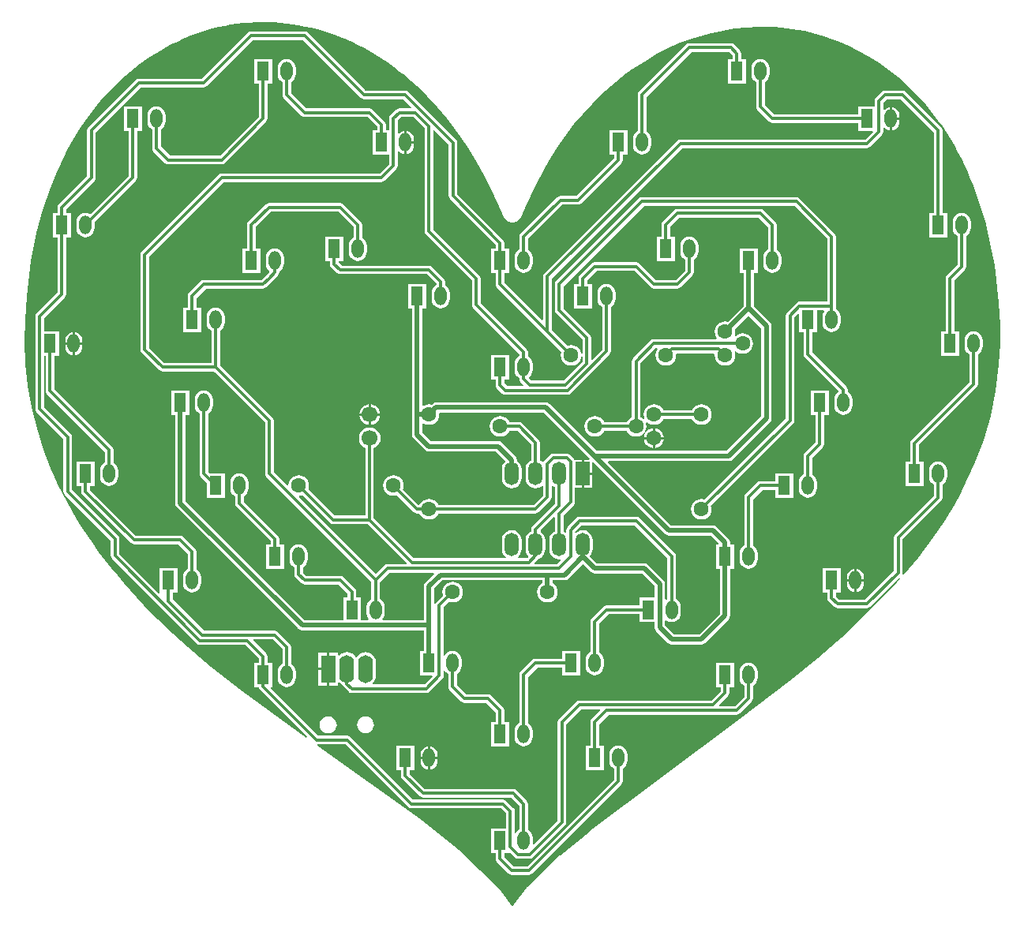
<source format=gbl>
G04*
G04 #@! TF.GenerationSoftware,Altium Limited,Altium Designer,18.1.9 (240)*
G04*
G04 Layer_Physical_Order=2*
G04 Layer_Color=11511158*
%FSLAX24Y24*%
%MOIN*%
G70*
G01*
G75*
%ADD19C,0.0118*%
%ADD20C,0.0197*%
%ADD21O,0.0512X0.0787*%
%ADD22R,0.0512X0.0787*%
%ADD23C,0.0630*%
%ADD24O,0.0630X0.1181*%
%ADD25R,0.0630X0.1181*%
%ADD26R,0.0591X0.0984*%
%ADD27O,0.0591X0.0984*%
%ADD28C,0.0669*%
G36*
X26698Y46572D02*
X26960Y46562D01*
X27222Y46543D01*
X27484Y46517D01*
X27744Y46484D01*
X28004Y46442D01*
X28262Y46393D01*
X28519Y46337D01*
X28774Y46273D01*
X29027Y46201D01*
X29278Y46122D01*
X29527Y46036D01*
X29772Y45943D01*
X30015Y45842D01*
X30254Y45734D01*
X30490Y45620D01*
X30723Y45498D01*
X30954Y45368D01*
X31230Y45207D01*
X31498Y45039D01*
X31759Y44864D01*
X32015Y44682D01*
X32266Y44492D01*
X32510Y44295D01*
X32749Y44091D01*
X32983Y43881D01*
X33211Y43664D01*
X33433Y43442D01*
X33650Y43213D01*
X33862Y42979D01*
X34068Y42739D01*
X34268Y42494D01*
X34462Y42245D01*
X34838Y41730D01*
X35192Y41199D01*
X35525Y40654D01*
X35837Y40096D01*
X36129Y39527D01*
X36401Y38949D01*
X36655Y38359D01*
X36679Y38319D01*
X36702Y38278D01*
X36705Y38274D01*
X36708Y38270D01*
X36741Y38237D01*
X36774Y38204D01*
X36779Y38201D01*
X36782Y38197D01*
X36823Y38175D01*
X36863Y38151D01*
X36868Y38149D01*
X36873Y38147D01*
X36918Y38135D01*
X36963Y38123D01*
X36968Y38123D01*
X36973Y38121D01*
X37020Y38122D01*
X37067Y38122D01*
X37072Y38123D01*
X37077Y38123D01*
X37122Y38136D01*
X37167Y38147D01*
X37172Y38150D01*
X37177Y38151D01*
X37217Y38175D01*
X37258Y38198D01*
X37261Y38202D01*
X37266Y38204D01*
X37298Y38238D01*
X37332Y38270D01*
X37334Y38275D01*
X37338Y38279D01*
X37361Y38319D01*
X37385Y38360D01*
X37608Y38883D01*
X37974Y39650D01*
X38377Y40398D01*
X38666Y40882D01*
X38973Y41355D01*
X39298Y41815D01*
X39639Y42261D01*
X39999Y42691D01*
X40376Y43105D01*
X40771Y43500D01*
X41183Y43876D01*
X41616Y44233D01*
X41836Y44401D01*
X42063Y44565D01*
X42294Y44723D01*
X42712Y44993D01*
X43139Y45238D01*
X43580Y45461D01*
X44031Y45662D01*
X44491Y45839D01*
X44961Y45992D01*
X45437Y46121D01*
X45918Y46224D01*
X46404Y46302D01*
X46893Y46353D01*
X47383Y46377D01*
X47877Y46374D01*
X48119Y46362D01*
X48363Y46342D01*
X48607Y46316D01*
X48850Y46282D01*
X49095Y46241D01*
X49341Y46195D01*
X49583Y46142D01*
X49823Y46082D01*
X50061Y46014D01*
X50297Y45940D01*
X50531Y45859D01*
X50759Y45772D01*
X51217Y45576D01*
X51661Y45356D01*
X52094Y45111D01*
X52513Y44844D01*
X52918Y44555D01*
X53308Y44245D01*
X53682Y43915D01*
X54039Y43566D01*
X54377Y43201D01*
X54696Y42818D01*
X54998Y42418D01*
X55179Y42161D01*
X55353Y41899D01*
X55520Y41632D01*
X55679Y41362D01*
X55832Y41087D01*
X55977Y40809D01*
X56115Y40527D01*
X56247Y40242D01*
X56371Y39954D01*
X56490Y39662D01*
X56600Y39370D01*
X56805Y38770D01*
X56984Y38164D01*
X57139Y37548D01*
X57270Y36927D01*
X57380Y36299D01*
X57467Y35670D01*
X57560Y34717D01*
X57609Y33768D01*
Y32971D01*
X57561Y32102D01*
X57427Y31022D01*
X57210Y29957D01*
X56910Y28913D01*
X56529Y27896D01*
X56063Y26905D01*
X55942Y26666D01*
X55681Y26189D01*
X55257Y25491D01*
X54800Y24817D01*
X54142Y23947D01*
X53542Y23243D01*
X53489Y23254D01*
X53488Y23256D01*
X53501Y23320D01*
Y24735D01*
X55128Y26362D01*
X55167Y26421D01*
X55181Y26490D01*
Y27032D01*
X55189Y27036D01*
X55267Y27095D01*
X55327Y27174D01*
X55364Y27265D01*
X55377Y27362D01*
Y27638D01*
X55364Y27735D01*
X55327Y27826D01*
X55267Y27905D01*
X55189Y27964D01*
X55098Y28002D01*
X55000Y28015D01*
X54902Y28002D01*
X54811Y27964D01*
X54733Y27905D01*
X54673Y27826D01*
X54636Y27735D01*
X54623Y27638D01*
Y27362D01*
X54636Y27265D01*
X54673Y27174D01*
X54733Y27095D01*
X54811Y27036D01*
X54819Y27032D01*
Y26565D01*
X53192Y24938D01*
X53153Y24879D01*
X53139Y24810D01*
Y23395D01*
X51925Y22181D01*
X50825D01*
X50681Y22325D01*
Y22488D01*
X50874D01*
Y23512D01*
X50126D01*
Y22488D01*
X50319D01*
Y22250D01*
X50333Y22181D01*
X50372Y22122D01*
X50622Y21872D01*
X50681Y21833D01*
X50750Y21819D01*
X52000D01*
X52069Y21833D01*
X52128Y21872D01*
X53353Y23098D01*
X53390Y23064D01*
X53256Y22906D01*
X51116Y20750D01*
X50733Y20409D01*
X49940Y19726D01*
X48723Y18732D01*
X46640Y17129D01*
X40298Y12398D01*
X40293Y12393D01*
X40286Y12388D01*
X39057Y11391D01*
X39046Y11380D01*
X39034Y11371D01*
X37652Y10060D01*
X37631Y10035D01*
X37608Y10011D01*
X37076Y9306D01*
X37061Y9280D01*
X37044Y9257D01*
X37038Y9246D01*
X37033Y9244D01*
X36981Y9246D01*
X36590Y9809D01*
X36565Y9837D01*
X36542Y9865D01*
X34771Y11614D01*
X34754Y11627D01*
X34738Y11643D01*
X33212Y12852D01*
X33204Y12857D01*
X33197Y12863D01*
X28789Y16019D01*
X28805Y16069D01*
X29985D01*
X32622Y13432D01*
X32681Y13393D01*
X32750Y13379D01*
X36565D01*
X36759Y13185D01*
Y12512D01*
X36126D01*
Y11488D01*
X36319D01*
Y11230D01*
X36333Y11161D01*
X36372Y11102D01*
X36872Y10602D01*
X36931Y10563D01*
X37000Y10549D01*
X37730D01*
X37799Y10563D01*
X37858Y10602D01*
X41628Y14372D01*
X41667Y14431D01*
X41681Y14500D01*
Y15032D01*
X41689Y15036D01*
X41767Y15095D01*
X41827Y15174D01*
X41864Y15265D01*
X41877Y15362D01*
Y15638D01*
X41864Y15735D01*
X41827Y15826D01*
X41767Y15905D01*
X41689Y15964D01*
X41598Y16002D01*
X41500Y16015D01*
X41402Y16002D01*
X41311Y15964D01*
X41233Y15905D01*
X41173Y15826D01*
X41136Y15735D01*
X41123Y15638D01*
Y15362D01*
X41136Y15265D01*
X41173Y15174D01*
X41233Y15095D01*
X41311Y15036D01*
X41319Y15032D01*
Y14575D01*
X37655Y10911D01*
X37075D01*
X36681Y11305D01*
Y11488D01*
X36874D01*
Y11488D01*
X36911Y11504D01*
X37122Y11292D01*
X37181Y11253D01*
X37250Y11239D01*
X37750D01*
X37819Y11253D01*
X37878Y11292D01*
X39238Y12652D01*
X39277Y12711D01*
X39291Y12780D01*
Y16925D01*
X39925Y17559D01*
X40739D01*
X40758Y17513D01*
X40372Y17128D01*
X40333Y17069D01*
X40319Y17000D01*
Y16012D01*
X40126D01*
Y14988D01*
X40874D01*
Y16012D01*
X40681D01*
Y16925D01*
X41075Y17319D01*
X46500D01*
X46569Y17333D01*
X46628Y17372D01*
X47128Y17872D01*
X47167Y17931D01*
X47181Y18000D01*
Y18532D01*
X47189Y18535D01*
X47267Y18595D01*
X47327Y18674D01*
X47364Y18765D01*
X47377Y18862D01*
Y19138D01*
X47364Y19235D01*
X47327Y19326D01*
X47267Y19405D01*
X47189Y19464D01*
X47098Y19502D01*
X47000Y19515D01*
X46902Y19502D01*
X46811Y19464D01*
X46733Y19405D01*
X46673Y19326D01*
X46636Y19235D01*
X46623Y19138D01*
Y18862D01*
X46636Y18765D01*
X46673Y18674D01*
X46733Y18595D01*
X46811Y18535D01*
X46819Y18532D01*
Y18075D01*
X46425Y17681D01*
X45761D01*
X45742Y17727D01*
X46128Y18112D01*
X46167Y18171D01*
X46181Y18240D01*
Y18488D01*
X46374D01*
Y19512D01*
X45626D01*
Y18488D01*
X45819D01*
Y18315D01*
X45425Y17921D01*
X39850D01*
X39781Y17907D01*
X39722Y17868D01*
X38982Y17128D01*
X38943Y17069D01*
X38929Y17000D01*
Y12855D01*
X37921Y11846D01*
X37877Y11873D01*
Y12138D01*
X37864Y12235D01*
X37827Y12326D01*
X37767Y12405D01*
X37689Y12464D01*
X37681Y12468D01*
Y13560D01*
X37667Y13629D01*
X37628Y13688D01*
X37188Y14128D01*
X37129Y14167D01*
X37060Y14181D01*
X33325D01*
X32681Y14825D01*
Y14988D01*
X32874D01*
Y16012D01*
X32126D01*
Y14988D01*
X32319D01*
Y14750D01*
X32333Y14681D01*
X32372Y14622D01*
X33122Y13872D01*
X33181Y13833D01*
X33250Y13819D01*
X36985D01*
X37319Y13485D01*
Y12468D01*
X37311Y12464D01*
X37233Y12405D01*
X37173Y12326D01*
X37171Y12320D01*
X37121Y12330D01*
Y13260D01*
X37107Y13329D01*
X37068Y13388D01*
X36768Y13688D01*
X36709Y13727D01*
X36640Y13741D01*
X32825D01*
X30188Y16378D01*
X30129Y16417D01*
X30060Y16431D01*
X28825D01*
X26813Y18442D01*
X26833Y18488D01*
X26874D01*
Y19512D01*
X26681D01*
Y19790D01*
X26667Y19859D01*
X26628Y19918D01*
X26082Y20463D01*
X26101Y20509D01*
X26925D01*
X27319Y20115D01*
Y19468D01*
X27311Y19464D01*
X27233Y19405D01*
X27173Y19326D01*
X27136Y19235D01*
X27123Y19138D01*
Y18862D01*
X27136Y18765D01*
X27173Y18674D01*
X27233Y18595D01*
X27311Y18535D01*
X27402Y18498D01*
X27500Y18485D01*
X27598Y18498D01*
X27689Y18535D01*
X27767Y18595D01*
X27827Y18674D01*
X27864Y18765D01*
X27877Y18862D01*
Y19138D01*
X27864Y19235D01*
X27827Y19326D01*
X27767Y19405D01*
X27689Y19464D01*
X27681Y19468D01*
Y20190D01*
X27667Y20259D01*
X27628Y20318D01*
X27128Y20818D01*
X27069Y20857D01*
X27000Y20871D01*
X24009D01*
X22681Y22199D01*
Y22488D01*
X22874D01*
Y23512D01*
X22126D01*
Y22490D01*
X22089Y22456D01*
X20431Y24115D01*
Y24750D01*
X20417Y24819D01*
X20378Y24878D01*
X18431Y26825D01*
Y29060D01*
X18417Y29129D01*
X18378Y29188D01*
X17241Y30325D01*
Y32488D01*
X17319D01*
Y31000D01*
X17333Y30931D01*
X17372Y30872D01*
X19819Y28425D01*
Y27968D01*
X19811Y27964D01*
X19733Y27905D01*
X19673Y27826D01*
X19636Y27735D01*
X19623Y27638D01*
Y27362D01*
X19636Y27265D01*
X19673Y27174D01*
X19733Y27095D01*
X19811Y27036D01*
X19902Y26998D01*
X20000Y26985D01*
X20098Y26998D01*
X20189Y27036D01*
X20267Y27095D01*
X20327Y27174D01*
X20364Y27265D01*
X20377Y27362D01*
Y27638D01*
X20364Y27735D01*
X20327Y27826D01*
X20267Y27905D01*
X20189Y27964D01*
X20181Y27968D01*
Y28500D01*
X20167Y28569D01*
X20128Y28628D01*
X17681Y31075D01*
Y32488D01*
X17874D01*
Y33512D01*
X17241D01*
Y34065D01*
X18128Y34952D01*
X18167Y35011D01*
X18181Y35080D01*
Y37488D01*
X18374D01*
Y38512D01*
X18181D01*
Y38675D01*
X19378Y39872D01*
X19417Y39931D01*
X19431Y40000D01*
Y41925D01*
X21325Y43819D01*
X24000D01*
X24069Y43833D01*
X24128Y43872D01*
X26075Y45819D01*
X28175D01*
X30622Y43372D01*
X30681Y43333D01*
X30750Y43319D01*
X32425D01*
X32768Y42977D01*
X32749Y42931D01*
X32250D01*
X32181Y42917D01*
X32122Y42878D01*
X31872Y42628D01*
X31833Y42569D01*
X31819Y42500D01*
Y42012D01*
X31681D01*
Y42250D01*
X31667Y42319D01*
X31628Y42378D01*
X31128Y42878D01*
X31069Y42917D01*
X31000Y42931D01*
X28325D01*
X27681Y43575D01*
Y44032D01*
X27689Y44036D01*
X27767Y44095D01*
X27827Y44174D01*
X27864Y44265D01*
X27877Y44362D01*
Y44638D01*
X27864Y44735D01*
X27827Y44826D01*
X27767Y44905D01*
X27689Y44964D01*
X27598Y45002D01*
X27500Y45015D01*
X27402Y45002D01*
X27311Y44964D01*
X27233Y44905D01*
X27173Y44826D01*
X27136Y44735D01*
X27123Y44638D01*
Y44362D01*
X27136Y44265D01*
X27173Y44174D01*
X27233Y44095D01*
X27311Y44036D01*
X27319Y44032D01*
Y43500D01*
X27333Y43431D01*
X27372Y43372D01*
X28122Y42622D01*
X28181Y42583D01*
X28250Y42569D01*
X30925D01*
X31319Y42175D01*
Y42012D01*
X31126D01*
Y40988D01*
X31819D01*
Y40575D01*
X31425Y40181D01*
X24751D01*
X24681Y40167D01*
X24623Y40128D01*
X21372Y36878D01*
X21333Y36819D01*
X21319Y36750D01*
Y32750D01*
X21333Y32681D01*
X21372Y32622D01*
X22122Y31872D01*
X22181Y31833D01*
X22250Y31819D01*
X24425D01*
X26579Y29665D01*
Y27510D01*
X26593Y27441D01*
X26632Y27382D01*
X31069Y22945D01*
Y22218D01*
X31061Y22215D01*
X30983Y22155D01*
X30923Y22076D01*
X30886Y21985D01*
X30873Y21888D01*
Y21612D01*
X30886Y21515D01*
X30923Y21424D01*
X30964Y21371D01*
X30939Y21321D01*
X30624D01*
Y22262D01*
X30431D01*
Y22500D01*
X30417Y22569D01*
X30378Y22628D01*
X29878Y23128D01*
X29819Y23167D01*
X29750Y23181D01*
X28325D01*
X28181Y23325D01*
Y23532D01*
X28189Y23535D01*
X28267Y23595D01*
X28327Y23674D01*
X28364Y23765D01*
X28377Y23862D01*
Y24138D01*
X28364Y24235D01*
X28327Y24326D01*
X28267Y24405D01*
X28189Y24464D01*
X28098Y24502D01*
X28000Y24515D01*
X27902Y24502D01*
X27811Y24464D01*
X27733Y24405D01*
X27673Y24326D01*
X27636Y24235D01*
X27623Y24138D01*
Y23862D01*
X27636Y23765D01*
X27673Y23674D01*
X27733Y23595D01*
X27811Y23535D01*
X27819Y23532D01*
Y23250D01*
X27833Y23181D01*
X27872Y23122D01*
X28122Y22872D01*
X28181Y22833D01*
X28250Y22819D01*
X29675D01*
X30069Y22425D01*
Y22262D01*
X29876D01*
Y21321D01*
X28241D01*
X23221Y26341D01*
Y29988D01*
X23374D01*
Y31012D01*
X22626D01*
Y29988D01*
X22779D01*
Y26250D01*
X22796Y26166D01*
X22844Y26094D01*
X27994Y20944D01*
X28066Y20896D01*
X28150Y20879D01*
X33279D01*
Y20012D01*
X33126D01*
Y18988D01*
X33637D01*
X33657Y18942D01*
X33315Y18601D01*
X31127D01*
X31111Y18648D01*
X31134Y18666D01*
X31203Y18756D01*
X31247Y18861D01*
X31262Y18974D01*
Y19526D01*
X31247Y19639D01*
X31203Y19744D01*
X31134Y19834D01*
X31043Y19904D01*
X30938Y19948D01*
X30825Y19962D01*
X30712Y19948D01*
X30606Y19904D01*
X30516Y19834D01*
X30461Y19764D01*
X30454Y19760D01*
X30408D01*
X30401Y19764D01*
X30346Y19834D01*
X30256Y19904D01*
X30150Y19948D01*
X30037Y19962D01*
X29924Y19948D01*
X29819Y19904D01*
X29729Y19834D01*
X29712Y19813D01*
X29665Y19829D01*
Y19941D01*
X29300D01*
Y19250D01*
Y18559D01*
X29665D01*
Y18671D01*
X29712Y18687D01*
X29729Y18666D01*
X29819Y18596D01*
X29866Y18576D01*
X29871Y18556D01*
X29910Y18497D01*
X30115Y18292D01*
X30173Y18253D01*
X30242Y18239D01*
X33390D01*
X33459Y18253D01*
X33518Y18292D01*
X34068Y18842D01*
X34107Y18901D01*
X34121Y18970D01*
Y19170D01*
X34171Y19180D01*
X34173Y19174D01*
X34233Y19095D01*
X34311Y19036D01*
X34319Y19032D01*
Y18500D01*
X34333Y18431D01*
X34372Y18372D01*
X34872Y17872D01*
X34931Y17833D01*
X35000Y17819D01*
X35926D01*
X36319Y17426D01*
Y17251D01*
X36319Y17251D01*
X36319Y17250D01*
Y17012D01*
X36126D01*
Y15988D01*
X36874D01*
Y17012D01*
X36681D01*
Y17248D01*
X36681Y17251D01*
X36681Y17253D01*
Y17497D01*
X36681Y17500D01*
X36667Y17569D01*
X36628Y17628D01*
X36128Y18128D01*
X36070Y18167D01*
X36001Y18181D01*
X35075D01*
X34681Y18575D01*
Y19032D01*
X34689Y19036D01*
X34767Y19095D01*
X34827Y19174D01*
X34864Y19265D01*
X34877Y19362D01*
Y19638D01*
X34864Y19735D01*
X34827Y19826D01*
X34767Y19905D01*
X34689Y19964D01*
X34598Y20002D01*
X34500Y20015D01*
X34402Y20002D01*
X34311Y19964D01*
X34233Y19905D01*
X34173Y19826D01*
X34171Y19820D01*
X34121Y19830D01*
Y21866D01*
X34349Y22094D01*
X34387Y22078D01*
X34500Y22063D01*
X34613Y22078D01*
X34718Y22122D01*
X34808Y22191D01*
X34878Y22282D01*
X34921Y22387D01*
X34936Y22500D01*
X34921Y22613D01*
X34878Y22718D01*
X34808Y22809D01*
X34718Y22878D01*
X34613Y22922D01*
X34500Y22937D01*
X34387Y22922D01*
X34281Y22878D01*
X34191Y22809D01*
X34121Y22718D01*
X34078Y22613D01*
X34063Y22500D01*
X34078Y22387D01*
X34093Y22349D01*
X33812Y22068D01*
X33773Y22010D01*
X33771Y21998D01*
X33721Y22003D01*
Y22659D01*
X34066Y23004D01*
X38279D01*
Y22876D01*
X38191Y22809D01*
X38122Y22718D01*
X38078Y22613D01*
X38063Y22500D01*
X38078Y22387D01*
X38122Y22282D01*
X38191Y22191D01*
X38282Y22122D01*
X38387Y22078D01*
X38500Y22063D01*
X38613Y22078D01*
X38718Y22122D01*
X38809Y22191D01*
X38878Y22282D01*
X38922Y22387D01*
X38937Y22500D01*
X38922Y22613D01*
X38878Y22718D01*
X38809Y22809D01*
X38721Y22876D01*
Y23004D01*
X39224D01*
X39309Y23020D01*
X39381Y23068D01*
X40000Y23688D01*
X40344Y23344D01*
X40416Y23296D01*
X40500Y23279D01*
X42509D01*
X43029Y22759D01*
Y22262D01*
X42376D01*
Y21931D01*
X41000D01*
X40931Y21917D01*
X40872Y21878D01*
X40372Y21378D01*
X40333Y21319D01*
X40319Y21250D01*
Y19968D01*
X40311Y19964D01*
X40233Y19905D01*
X40173Y19826D01*
X40136Y19735D01*
X40123Y19638D01*
Y19362D01*
X40136Y19265D01*
X40173Y19174D01*
X40233Y19095D01*
X40311Y19036D01*
X40402Y18998D01*
X40500Y18985D01*
X40598Y18998D01*
X40689Y19036D01*
X40767Y19095D01*
X40827Y19174D01*
X40864Y19265D01*
X40877Y19362D01*
Y19638D01*
X40864Y19735D01*
X40827Y19826D01*
X40767Y19905D01*
X40689Y19964D01*
X40681Y19968D01*
Y21175D01*
X41075Y21569D01*
X42376D01*
Y21238D01*
X43029D01*
Y21000D01*
X43046Y20916D01*
X43094Y20844D01*
X43594Y20344D01*
X43666Y20296D01*
X43750Y20279D01*
X45000D01*
X45084Y20296D01*
X45156Y20344D01*
X46156Y21344D01*
X46204Y21416D01*
X46221Y21500D01*
Y23488D01*
X46374D01*
Y24512D01*
X46221D01*
Y24600D01*
X46204Y24684D01*
X46156Y24756D01*
X45656Y25256D01*
X45584Y25304D01*
X45500Y25321D01*
X43731D01*
X41069Y27983D01*
X41088Y28029D01*
X46160D01*
X46244Y28046D01*
X46316Y28094D01*
X47906Y29684D01*
X47954Y29756D01*
X47971Y29840D01*
Y33750D01*
X47954Y33834D01*
X47906Y33906D01*
X47221Y34591D01*
Y35988D01*
X47374D01*
Y37012D01*
X46626D01*
Y35988D01*
X46779D01*
Y34591D01*
X46110Y33922D01*
X46000Y33937D01*
X45887Y33922D01*
X45782Y33878D01*
X45691Y33809D01*
X45622Y33718D01*
X45578Y33613D01*
X45563Y33500D01*
X45578Y33387D01*
X45622Y33282D01*
X45661Y33231D01*
X45636Y33181D01*
X43000D01*
X42931Y33167D01*
X42872Y33128D01*
X42122Y32378D01*
X42083Y32319D01*
X42069Y32250D01*
Y29893D01*
X42032Y29878D01*
X41941Y29808D01*
X41872Y29718D01*
X41856Y29680D01*
X41373D01*
X41370Y29681D01*
X40894D01*
X40878Y29718D01*
X40809Y29809D01*
X40718Y29878D01*
X40613Y29922D01*
X40500Y29937D01*
X40387Y29922D01*
X40282Y29878D01*
X40191Y29809D01*
X40122Y29718D01*
X40078Y29613D01*
X40063Y29500D01*
X40078Y29387D01*
X40122Y29282D01*
X40191Y29191D01*
X40282Y29122D01*
X40387Y29078D01*
X40500Y29063D01*
X40613Y29078D01*
X40718Y29122D01*
X40809Y29191D01*
X40878Y29282D01*
X40894Y29319D01*
X41368D01*
X41371Y29319D01*
X41856D01*
X41872Y29281D01*
X41941Y29191D01*
X42032Y29121D01*
X42137Y29078D01*
X42250Y29063D01*
X42363Y29078D01*
X42468Y29121D01*
X42559Y29191D01*
X42628Y29281D01*
X42672Y29386D01*
X42687Y29499D01*
X42672Y29613D01*
X42658Y29645D01*
X42690Y29687D01*
X42695Y29688D01*
X42782Y29621D01*
X42887Y29578D01*
X43000Y29563D01*
X43113Y29578D01*
X43218Y29621D01*
X43309Y29691D01*
X43378Y29781D01*
X43394Y29819D01*
X43990D01*
X43993Y29819D01*
X44606D01*
X44622Y29782D01*
X44691Y29691D01*
X44782Y29622D01*
X44887Y29578D01*
X45000Y29563D01*
X45113Y29578D01*
X45218Y29622D01*
X45309Y29691D01*
X45378Y29782D01*
X45422Y29887D01*
X45437Y30000D01*
X45422Y30113D01*
X45378Y30218D01*
X45309Y30309D01*
X45218Y30378D01*
X45113Y30422D01*
X45000Y30437D01*
X44887Y30422D01*
X44782Y30378D01*
X44691Y30309D01*
X44622Y30218D01*
X44606Y30181D01*
X43991D01*
X43988Y30180D01*
X43394D01*
X43378Y30218D01*
X43309Y30308D01*
X43218Y30378D01*
X43113Y30421D01*
X43000Y30436D01*
X42887Y30421D01*
X42782Y30378D01*
X42691Y30308D01*
X42622Y30218D01*
X42578Y30113D01*
X42563Y29999D01*
X42578Y29886D01*
X42592Y29854D01*
X42560Y29812D01*
X42555Y29811D01*
X42468Y29878D01*
X42431Y29893D01*
Y32175D01*
X43075Y32819D01*
X43136D01*
X43161Y32769D01*
X43122Y32718D01*
X43078Y32613D01*
X43063Y32500D01*
X43078Y32387D01*
X43122Y32282D01*
X43191Y32191D01*
X43282Y32122D01*
X43387Y32078D01*
X43500Y32063D01*
X43613Y32078D01*
X43718Y32122D01*
X43809Y32191D01*
X43878Y32282D01*
X43922Y32387D01*
X43937Y32500D01*
X43931Y32546D01*
X43964Y32583D01*
X45536D01*
X45569Y32546D01*
X45563Y32500D01*
X45578Y32387D01*
X45622Y32282D01*
X45691Y32191D01*
X45782Y32122D01*
X45887Y32078D01*
X46000Y32063D01*
X46113Y32078D01*
X46218Y32122D01*
X46309Y32191D01*
X46378Y32282D01*
X46422Y32387D01*
X46437Y32500D01*
X46422Y32613D01*
X46408Y32646D01*
X46440Y32688D01*
X46445Y32688D01*
X46532Y32622D01*
X46637Y32578D01*
X46750Y32563D01*
X46863Y32578D01*
X46968Y32622D01*
X47059Y32691D01*
X47128Y32782D01*
X47172Y32887D01*
X47187Y33000D01*
X47172Y33113D01*
X47128Y33218D01*
X47059Y33309D01*
X46968Y33378D01*
X46863Y33422D01*
X46750Y33437D01*
X46637Y33422D01*
X46532Y33378D01*
X46445Y33312D01*
X46440Y33312D01*
X46408Y33354D01*
X46422Y33387D01*
X46437Y33500D01*
X46422Y33610D01*
X47000Y34188D01*
X47529Y33659D01*
Y29931D01*
X46069Y28471D01*
X40581D01*
X38596Y30456D01*
X38524Y30504D01*
X38440Y30521D01*
X33803D01*
X33718Y30504D01*
X33647Y30456D01*
X33612Y30422D01*
X33502Y30436D01*
X33389Y30421D01*
X33284Y30378D01*
X33266Y30364D01*
X33221Y30386D01*
Y34488D01*
X33374D01*
Y35512D01*
X32626D01*
Y34488D01*
X32779D01*
Y30000D01*
Y29160D01*
X32796Y29076D01*
X32844Y29004D01*
X33344Y28504D01*
X33416Y28456D01*
X33500Y28439D01*
X36328D01*
X36718Y28049D01*
X36715Y27999D01*
X36705Y27992D01*
X36639Y27905D01*
X36597Y27805D01*
X36583Y27697D01*
Y27303D01*
X36597Y27195D01*
X36639Y27095D01*
X36705Y27008D01*
X36792Y26942D01*
X36892Y26900D01*
X37000Y26886D01*
X37108Y26900D01*
X37208Y26942D01*
X37295Y27008D01*
X37361Y27095D01*
X37403Y27195D01*
X37417Y27303D01*
Y27697D01*
X37403Y27805D01*
X37361Y27905D01*
X37295Y27992D01*
X37221Y28049D01*
Y28079D01*
X37204Y28164D01*
X37156Y28235D01*
X36575Y28816D01*
X36504Y28864D01*
X36419Y28881D01*
X33591D01*
X33221Y29251D01*
Y29613D01*
X33266Y29635D01*
X33284Y29621D01*
X33389Y29578D01*
X33502Y29563D01*
X33615Y29578D01*
X33721Y29621D01*
X33811Y29691D01*
X33881Y29781D01*
X33924Y29886D01*
X33939Y29999D01*
X33934Y30042D01*
X33967Y30079D01*
X38349D01*
X40286Y28142D01*
X40265Y28092D01*
X40050D01*
Y27550D01*
X40395D01*
Y27967D01*
X40441Y27986D01*
X43484Y24944D01*
X43556Y24896D01*
X43640Y24879D01*
X45409D01*
X45730Y24558D01*
X45711Y24512D01*
X45626D01*
Y23488D01*
X45779D01*
Y21591D01*
X44909Y20721D01*
X43841D01*
X43471Y21091D01*
Y21292D01*
X43521Y21317D01*
X43561Y21286D01*
X43652Y21248D01*
X43750Y21235D01*
X43848Y21248D01*
X43939Y21286D01*
X44017Y21345D01*
X44077Y21424D01*
X44114Y21515D01*
X44127Y21612D01*
Y21888D01*
X44114Y21985D01*
X44077Y22076D01*
X44017Y22155D01*
X43939Y22215D01*
X43931Y22218D01*
Y24000D01*
X43917Y24069D01*
X43878Y24128D01*
X42378Y25628D01*
X42319Y25667D01*
X42250Y25681D01*
X39860D01*
X39791Y25667D01*
X39732Y25628D01*
X39352Y25248D01*
X39313Y25189D01*
X39299Y25120D01*
Y25051D01*
X39249Y25027D01*
X39208Y25058D01*
X39181Y25069D01*
Y25745D01*
X39608Y26172D01*
X39647Y26231D01*
X39661Y26300D01*
Y26908D01*
X39950D01*
Y27500D01*
Y28092D01*
X39632D01*
X39608Y28128D01*
X39438Y28298D01*
X39379Y28337D01*
X39310Y28351D01*
X38750D01*
X38681Y28337D01*
X38622Y28298D01*
X38372Y28048D01*
X38346Y28008D01*
X38323Y28001D01*
X38293Y27998D01*
X38285Y28000D01*
X38208Y28058D01*
X38181Y28069D01*
Y28809D01*
X38167Y28879D01*
X38128Y28937D01*
X37435Y29630D01*
X37376Y29669D01*
X37307Y29683D01*
X36894D01*
X36879Y29721D01*
X36809Y29811D01*
X36719Y29881D01*
X36614Y29924D01*
X36501Y29939D01*
X36387Y29924D01*
X36282Y29881D01*
X36192Y29811D01*
X36122Y29721D01*
X36079Y29615D01*
X36064Y29502D01*
X36079Y29389D01*
X36122Y29284D01*
X36192Y29193D01*
X36282Y29124D01*
X36387Y29080D01*
X36501Y29066D01*
X36614Y29080D01*
X36719Y29124D01*
X36809Y29193D01*
X36879Y29284D01*
X36894Y29322D01*
X37232D01*
X37819Y28735D01*
Y28069D01*
X37792Y28058D01*
X37705Y27992D01*
X37639Y27905D01*
X37597Y27805D01*
X37583Y27697D01*
Y27303D01*
X37597Y27195D01*
X37639Y27095D01*
X37705Y27008D01*
X37792Y26942D01*
X37892Y26900D01*
X38000Y26886D01*
X38108Y26900D01*
X38208Y26942D01*
X38269Y26989D01*
X38319Y26964D01*
Y26575D01*
X37925Y26181D01*
X33894D01*
X33878Y26218D01*
X33809Y26309D01*
X33718Y26378D01*
X33613Y26422D01*
X33500Y26437D01*
X33387Y26422D01*
X33282Y26378D01*
X33191Y26309D01*
X33122Y26218D01*
X33114Y26200D01*
X33060Y26193D01*
X32406Y26847D01*
X32421Y26885D01*
X32436Y26998D01*
X32421Y27111D01*
X32378Y27216D01*
X32308Y27307D01*
X32218Y27376D01*
X32113Y27420D01*
X31999Y27434D01*
X31886Y27420D01*
X31781Y27376D01*
X31691Y27307D01*
X31621Y27216D01*
X31578Y27111D01*
X31563Y26998D01*
X31578Y26885D01*
X31621Y26779D01*
X31691Y26689D01*
X31781Y26619D01*
X31886Y26576D01*
X31999Y26561D01*
X32113Y26576D01*
X32150Y26591D01*
X32869Y25872D01*
X32928Y25833D01*
X32997Y25819D01*
X33106D01*
X33122Y25782D01*
X33191Y25691D01*
X33282Y25622D01*
X33387Y25578D01*
X33500Y25563D01*
X33613Y25578D01*
X33718Y25622D01*
X33809Y25691D01*
X33878Y25782D01*
X33894Y25819D01*
X38000D01*
X38069Y25833D01*
X38128Y25872D01*
X38628Y26372D01*
X38667Y26431D01*
X38681Y26500D01*
Y26964D01*
X38731Y26989D01*
X38792Y26942D01*
X38819Y26931D01*
Y26235D01*
X37872Y25288D01*
X37833Y25229D01*
X37819Y25160D01*
Y25069D01*
X37792Y25058D01*
X37705Y24992D01*
X37639Y24905D01*
X37597Y24805D01*
X37583Y24697D01*
Y24303D01*
X37597Y24195D01*
X37639Y24095D01*
X37705Y24008D01*
X37706Y23991D01*
X37646Y23931D01*
X37276D01*
X37259Y23981D01*
X37295Y24008D01*
X37361Y24095D01*
X37403Y24195D01*
X37417Y24303D01*
Y24697D01*
X37403Y24805D01*
X37361Y24905D01*
X37295Y24992D01*
X37208Y25058D01*
X37108Y25100D01*
X37000Y25114D01*
X36892Y25100D01*
X36792Y25058D01*
X36705Y24992D01*
X36639Y24905D01*
X36597Y24805D01*
X36583Y24697D01*
Y24303D01*
X36597Y24195D01*
X36639Y24095D01*
X36705Y24008D01*
X36741Y23981D01*
X36724Y23931D01*
X32865D01*
X31171Y25625D01*
Y28580D01*
X31228Y28604D01*
X31323Y28677D01*
X31395Y28771D01*
X31441Y28881D01*
X31457Y29000D01*
X31441Y29118D01*
X31395Y29228D01*
X31323Y29322D01*
X31228Y29395D01*
X31118Y29441D01*
X31000Y29456D01*
X30882Y29441D01*
X30772Y29395D01*
X30677Y29322D01*
X30604Y29228D01*
X30559Y29118D01*
X30543Y29000D01*
X30559Y28881D01*
X30604Y28771D01*
X30677Y28677D01*
X30772Y28604D01*
X30809Y28588D01*
Y25731D01*
X29525D01*
X28406Y26849D01*
X28422Y26887D01*
X28437Y27000D01*
X28422Y27113D01*
X28378Y27218D01*
X28309Y27309D01*
X28218Y27378D01*
X28113Y27422D01*
X28000Y27437D01*
X27887Y27422D01*
X27782Y27378D01*
X27691Y27309D01*
X27622Y27218D01*
X27578Y27113D01*
X27567Y27029D01*
X27514Y27011D01*
X26941Y27585D01*
Y29740D01*
X26927Y29809D01*
X26888Y29868D01*
X24681Y32075D01*
Y33532D01*
X24689Y33535D01*
X24767Y33595D01*
X24827Y33674D01*
X24864Y33765D01*
X24877Y33862D01*
Y34138D01*
X24864Y34235D01*
X24827Y34326D01*
X24767Y34405D01*
X24689Y34464D01*
X24598Y34502D01*
X24500Y34515D01*
X24402Y34502D01*
X24311Y34464D01*
X24233Y34405D01*
X24173Y34326D01*
X24136Y34235D01*
X24123Y34138D01*
Y33862D01*
X24136Y33765D01*
X24173Y33674D01*
X24233Y33595D01*
X24311Y33535D01*
X24319Y33532D01*
Y32181D01*
X22325D01*
X21681Y32825D01*
Y36675D01*
X24825Y39820D01*
X31500D01*
X31569Y39834D01*
X31628Y39873D01*
X32128Y40373D01*
X32167Y40431D01*
X32181Y40501D01*
Y41112D01*
X32231Y41129D01*
X32246Y41108D01*
X32321Y41051D01*
X32407Y41015D01*
X32450Y41010D01*
Y41500D01*
Y41990D01*
X32407Y41985D01*
X32321Y41949D01*
X32246Y41892D01*
X32231Y41871D01*
X32181Y41888D01*
Y42425D01*
X32325Y42569D01*
X32841D01*
X33319Y42091D01*
Y37750D01*
X33333Y37681D01*
X33372Y37622D01*
X35319Y35675D01*
Y34630D01*
X35333Y34561D01*
X35372Y34502D01*
X37319Y32555D01*
Y32468D01*
X37311Y32464D01*
X37233Y32405D01*
X37173Y32326D01*
X37136Y32235D01*
X37123Y32138D01*
Y31862D01*
X37136Y31765D01*
X37173Y31674D01*
X37233Y31595D01*
X37311Y31535D01*
X37319Y31532D01*
Y31500D01*
X37333Y31431D01*
X37372Y31372D01*
X37501Y31243D01*
X37482Y31197D01*
X36809D01*
X36681Y31325D01*
Y31488D01*
X36874D01*
Y32512D01*
X36126D01*
Y31488D01*
X36319D01*
Y31250D01*
X36333Y31181D01*
X36372Y31122D01*
X36606Y30888D01*
X36665Y30849D01*
X36734Y30836D01*
X39350D01*
X39419Y30849D01*
X39478Y30888D01*
X41128Y32538D01*
X41167Y32597D01*
X41181Y32666D01*
Y34532D01*
X41189Y34536D01*
X41267Y34595D01*
X41327Y34674D01*
X41364Y34765D01*
X41377Y34862D01*
Y35138D01*
X41364Y35235D01*
X41327Y35326D01*
X41267Y35405D01*
X41189Y35464D01*
X41098Y35502D01*
X41000Y35515D01*
X40902Y35502D01*
X40811Y35464D01*
X40733Y35405D01*
X40673Y35326D01*
X40636Y35235D01*
X40623Y35138D01*
Y34862D01*
X40636Y34765D01*
X40673Y34674D01*
X40733Y34595D01*
X40811Y34536D01*
X40819Y34532D01*
Y32741D01*
X40387Y32308D01*
X40341Y32327D01*
Y33250D01*
X40327Y33319D01*
X40288Y33378D01*
X39181Y34485D01*
Y35425D01*
X42575Y38819D01*
X48935D01*
X50319Y37435D01*
Y34761D01*
X49140D01*
X49071Y34747D01*
X49012Y34708D01*
X48622Y34318D01*
X48583Y34259D01*
X48569Y34190D01*
Y29828D01*
X45148Y26407D01*
X45111Y26422D01*
X44998Y26437D01*
X44885Y26422D01*
X44779Y26379D01*
X44689Y26309D01*
X44619Y26219D01*
X44576Y26114D01*
X44561Y26001D01*
X44576Y25887D01*
X44619Y25782D01*
X44689Y25692D01*
X44779Y25622D01*
X44885Y25579D01*
X44998Y25564D01*
X45111Y25579D01*
X45216Y25622D01*
X45307Y25692D01*
X45376Y25782D01*
X45420Y25887D01*
X45434Y26001D01*
X45420Y26114D01*
X45404Y26151D01*
X48878Y29625D01*
X48917Y29684D01*
X48931Y29753D01*
Y34115D01*
X49080Y34264D01*
X49126Y34245D01*
Y33488D01*
X49319D01*
Y32560D01*
X49333Y32491D01*
X49372Y32432D01*
X50793Y31011D01*
X50796Y31005D01*
X50789Y30948D01*
X50733Y30905D01*
X50673Y30826D01*
X50636Y30735D01*
X50623Y30638D01*
Y30362D01*
X50636Y30265D01*
X50673Y30174D01*
X50733Y30095D01*
X50811Y30036D01*
X50902Y29998D01*
X51000Y29985D01*
X51098Y29998D01*
X51189Y30036D01*
X51267Y30095D01*
X51327Y30174D01*
X51364Y30265D01*
X51377Y30362D01*
Y30638D01*
X51364Y30735D01*
X51327Y30826D01*
X51267Y30905D01*
X51189Y30965D01*
X51181Y30968D01*
Y31060D01*
X51167Y31129D01*
X51128Y31188D01*
X49681Y32635D01*
Y33488D01*
X49874D01*
Y34399D01*
X50173D01*
X50195Y34355D01*
X50173Y34326D01*
X50136Y34235D01*
X50123Y34138D01*
Y33862D01*
X50136Y33765D01*
X50173Y33674D01*
X50233Y33595D01*
X50311Y33535D01*
X50402Y33498D01*
X50500Y33485D01*
X50598Y33498D01*
X50689Y33535D01*
X50767Y33595D01*
X50827Y33674D01*
X50864Y33765D01*
X50877Y33862D01*
Y34138D01*
X50864Y34235D01*
X50827Y34326D01*
X50767Y34405D01*
X50689Y34464D01*
X50681Y34468D01*
Y34565D01*
X50678Y34580D01*
X50681Y34595D01*
Y37510D01*
X50667Y37579D01*
X50628Y37638D01*
X49138Y39128D01*
X49079Y39167D01*
X49010Y39181D01*
X42500D01*
X42431Y39167D01*
X42372Y39128D01*
X38872Y35628D01*
X38833Y35569D01*
X38819Y35500D01*
Y34410D01*
X38833Y34341D01*
X38872Y34282D01*
X39979Y33175D01*
Y32566D01*
X39929Y32563D01*
X39922Y32615D01*
X39879Y32721D01*
X39809Y32811D01*
X39719Y32881D01*
X39614Y32924D01*
X39501Y32939D01*
X39387Y32924D01*
X39350Y32909D01*
X38681Y33578D01*
Y35755D01*
X44185Y41259D01*
X52000D01*
X52069Y41273D01*
X52128Y41312D01*
X52628Y41812D01*
X52667Y41871D01*
X52681Y41940D01*
Y42112D01*
X52731Y42129D01*
X52746Y42108D01*
X52821Y42051D01*
X52907Y42015D01*
X52950Y42010D01*
Y42500D01*
Y42990D01*
X52907Y42985D01*
X52821Y42949D01*
X52746Y42892D01*
X52731Y42871D01*
X52681Y42888D01*
Y43175D01*
X52825Y43319D01*
X53425D01*
X54819Y41925D01*
Y38512D01*
X54626D01*
Y37488D01*
X55374D01*
Y38512D01*
X55181D01*
Y42000D01*
X55167Y42069D01*
X55128Y42128D01*
X53628Y43628D01*
X53569Y43667D01*
X53500Y43681D01*
X52750D01*
X52681Y43667D01*
X52622Y43628D01*
X52372Y43378D01*
X52333Y43319D01*
X52319Y43250D01*
Y43012D01*
X51626D01*
Y42681D01*
X48075D01*
X47681Y43075D01*
Y44032D01*
X47689Y44036D01*
X47767Y44095D01*
X47827Y44174D01*
X47864Y44265D01*
X47877Y44362D01*
Y44638D01*
X47864Y44735D01*
X47827Y44826D01*
X47767Y44905D01*
X47689Y44964D01*
X47598Y45002D01*
X47500Y45015D01*
X47402Y45002D01*
X47311Y44964D01*
X47233Y44905D01*
X47173Y44826D01*
X47136Y44735D01*
X47123Y44638D01*
Y44362D01*
X47136Y44265D01*
X47173Y44174D01*
X47233Y44095D01*
X47311Y44036D01*
X47319Y44032D01*
Y43000D01*
X47333Y42931D01*
X47372Y42872D01*
X47872Y42372D01*
X47931Y42333D01*
X48000Y42319D01*
X51626D01*
Y41988D01*
X52227D01*
X52247Y41942D01*
X51925Y41621D01*
X44110D01*
X44041Y41607D01*
X43982Y41568D01*
X38372Y35958D01*
X38333Y35899D01*
X38319Y35830D01*
Y34004D01*
X38273Y33985D01*
X36681Y35578D01*
Y35988D01*
X36874D01*
Y37012D01*
X36681D01*
Y37250D01*
X36667Y37319D01*
X36628Y37378D01*
X34701Y39305D01*
Y41480D01*
X34687Y41549D01*
X34648Y41608D01*
X32628Y43628D01*
X32569Y43667D01*
X32500Y43681D01*
X30825D01*
X28378Y46128D01*
X28319Y46167D01*
X28250Y46181D01*
X26000D01*
X25931Y46167D01*
X25872Y46128D01*
X23925Y44181D01*
X21250D01*
X21181Y44167D01*
X21122Y44128D01*
X19122Y42128D01*
X19083Y42069D01*
X19069Y42000D01*
Y40075D01*
X17872Y38878D01*
X17833Y38819D01*
X17819Y38750D01*
Y38512D01*
X17626D01*
Y37488D01*
X17819D01*
Y35155D01*
X16932Y34268D01*
X16893Y34209D01*
X16879Y34140D01*
Y30250D01*
X16893Y30181D01*
X16932Y30122D01*
X18069Y28985D01*
Y26750D01*
X18083Y26681D01*
X18122Y26622D01*
X20069Y24675D01*
Y24040D01*
X20083Y23971D01*
X20122Y23912D01*
X23708Y20326D01*
X23767Y20287D01*
X23836Y20273D01*
X25761D01*
X26319Y19715D01*
Y19512D01*
X26126D01*
Y18488D01*
X26322D01*
X26333Y18431D01*
X26372Y18372D01*
X28348Y16397D01*
X28315Y16359D01*
X25609Y18297D01*
X24283Y19353D01*
X23311Y20182D01*
X22681Y20752D01*
X22066Y21339D01*
X21469Y21942D01*
X20893Y22563D01*
X20615Y22878D01*
X20342Y23199D01*
X20076Y23525D01*
X19816Y23855D01*
X19564Y24191D01*
X19319Y24531D01*
X19082Y24876D01*
X18852Y25227D01*
X18631Y25582D01*
X18419Y25943D01*
X18215Y26309D01*
X18020Y26681D01*
X17835Y27059D01*
X17659Y27443D01*
X17569Y27651D01*
X17232Y28520D01*
X16951Y29404D01*
X16728Y30304D01*
X16564Y31216D01*
X16461Y32136D01*
X16420Y33061D01*
X16444Y33992D01*
X16508Y34984D01*
X16694Y36469D01*
X16938Y37686D01*
X17196Y38640D01*
X17515Y39577D01*
X17794Y40260D01*
X18113Y40934D01*
X18232Y41167D01*
X18492Y41635D01*
X18773Y42090D01*
X19074Y42531D01*
X19397Y42957D01*
X19739Y43367D01*
X20101Y43758D01*
X20481Y44130D01*
X20882Y44483D01*
X21086Y44648D01*
X21296Y44810D01*
X21510Y44965D01*
X21728Y45114D01*
X21950Y45257D01*
X22176Y45393D01*
X22406Y45522D01*
X22640Y45645D01*
X22878Y45760D01*
X23119Y45868D01*
X23364Y45969D01*
X23615Y46063D01*
X23866Y46152D01*
X24115Y46232D01*
X24366Y46303D01*
X24620Y46365D01*
X24876Y46420D01*
X25133Y46466D01*
X25392Y46504D01*
X25652Y46534D01*
X25912Y46555D01*
X26174Y46569D01*
X26436Y46574D01*
X26698Y46572D01*
D02*
G37*
G36*
X34339Y41405D02*
Y39230D01*
X34353Y39161D01*
X34392Y39102D01*
X36319Y37175D01*
Y37012D01*
X36126D01*
Y35988D01*
X36319D01*
Y35503D01*
X36333Y35434D01*
X36372Y35375D01*
X38372Y33375D01*
X39094Y32653D01*
X39079Y32615D01*
X39064Y32502D01*
X39079Y32389D01*
X39122Y32284D01*
X39192Y32193D01*
X39282Y32124D01*
X39387Y32080D01*
X39501Y32066D01*
X39614Y32080D01*
X39719Y32124D01*
X39809Y32193D01*
X39879Y32284D01*
X39922Y32389D01*
X39929Y32442D01*
X39979Y32438D01*
Y32235D01*
X39178Y31433D01*
X37822D01*
X37733Y31522D01*
X37736Y31572D01*
X37767Y31595D01*
X37827Y31674D01*
X37864Y31765D01*
X37877Y31862D01*
Y32138D01*
X37864Y32235D01*
X37827Y32326D01*
X37767Y32405D01*
X37689Y32464D01*
X37681Y32468D01*
Y32630D01*
X37667Y32699D01*
X37628Y32758D01*
X35681Y34705D01*
Y35750D01*
X35667Y35819D01*
X35628Y35878D01*
X33681Y37825D01*
Y41999D01*
X33727Y42018D01*
X34339Y41405D01*
D02*
G37*
G36*
X38819Y25659D02*
Y25069D01*
X38792Y25058D01*
X38705Y24992D01*
X38639Y24905D01*
X38597Y24805D01*
X38583Y24697D01*
Y24303D01*
X38597Y24195D01*
X38639Y24095D01*
X38705Y24008D01*
X38792Y23942D01*
X38892Y23900D01*
X39000Y23886D01*
X39046Y23892D01*
X39069Y23845D01*
X38905Y23681D01*
X37972D01*
X37953Y23727D01*
X38128Y23902D01*
X38134Y23911D01*
X38208Y23942D01*
X38295Y24008D01*
X38361Y24095D01*
X38403Y24195D01*
X38417Y24303D01*
Y24697D01*
X38403Y24805D01*
X38361Y24905D01*
X38295Y24992D01*
X38217Y25051D01*
X38208Y25087D01*
X38208Y25112D01*
X38773Y25678D01*
X38819Y25659D01*
D02*
G37*
G36*
X29322Y25422D02*
X29381Y25383D01*
X29450Y25369D01*
X30915D01*
X32558Y23727D01*
X32539Y23681D01*
X31750D01*
X31681Y23667D01*
X31622Y23628D01*
X31260Y23265D01*
X28011Y26514D01*
X28029Y26567D01*
X28113Y26578D01*
X28151Y26594D01*
X29322Y25422D01*
D02*
G37*
G36*
X43569Y23925D02*
Y22218D01*
X43561Y22215D01*
X43521Y22183D01*
X43471Y22208D01*
Y22850D01*
X43454Y22934D01*
X43406Y23006D01*
X42756Y23656D01*
X42684Y23704D01*
X42600Y23721D01*
X40591D01*
X40299Y24013D01*
X40361Y24095D01*
X40403Y24195D01*
X40417Y24303D01*
Y24697D01*
X40403Y24805D01*
X40361Y24905D01*
X40295Y24992D01*
X40208Y25058D01*
X40108Y25100D01*
X40000Y25114D01*
X39892Y25100D01*
X39792Y25058D01*
X39728Y25009D01*
X39675Y25027D01*
X39671Y25056D01*
X39935Y25319D01*
X42175D01*
X43569Y23925D01*
D02*
G37*
G36*
X33711Y23273D02*
X33344Y22906D01*
X33296Y22834D01*
X33279Y22750D01*
Y21321D01*
X31561D01*
X31536Y21371D01*
X31577Y21424D01*
X31614Y21515D01*
X31627Y21612D01*
Y21888D01*
X31614Y21985D01*
X31577Y22076D01*
X31517Y22155D01*
X31439Y22215D01*
X31431Y22218D01*
Y22925D01*
X31825Y23319D01*
X33692D01*
X33711Y23273D01*
D02*
G37*
%LPC*%
G36*
X46250Y45681D02*
X44500D01*
X44431Y45667D01*
X44372Y45628D01*
X42372Y43628D01*
X42333Y43569D01*
X42319Y43500D01*
Y41968D01*
X42311Y41965D01*
X42233Y41905D01*
X42173Y41826D01*
X42136Y41735D01*
X42123Y41638D01*
Y41362D01*
X42136Y41265D01*
X42173Y41174D01*
X42233Y41095D01*
X42311Y41035D01*
X42402Y40998D01*
X42500Y40985D01*
X42598Y40998D01*
X42689Y41035D01*
X42767Y41095D01*
X42827Y41174D01*
X42864Y41265D01*
X42877Y41362D01*
Y41638D01*
X42864Y41735D01*
X42827Y41826D01*
X42767Y41905D01*
X42689Y41965D01*
X42681Y41968D01*
Y43425D01*
X44575Y45319D01*
X46175D01*
X46319Y45175D01*
Y45012D01*
X46126D01*
Y43988D01*
X46874D01*
Y45012D01*
X46681D01*
Y45250D01*
X46667Y45319D01*
X46628Y45378D01*
X46378Y45628D01*
X46319Y45667D01*
X46250Y45681D01*
D02*
G37*
G36*
X53050Y42990D02*
Y42550D01*
X53359D01*
Y42638D01*
X53347Y42731D01*
X53311Y42817D01*
X53254Y42892D01*
X53179Y42949D01*
X53093Y42985D01*
X53050Y42990D01*
D02*
G37*
G36*
X53359Y42450D02*
X53050D01*
Y42010D01*
X53093Y42015D01*
X53179Y42051D01*
X53254Y42108D01*
X53311Y42183D01*
X53347Y42269D01*
X53359Y42362D01*
Y42450D01*
D02*
G37*
G36*
X32550Y41990D02*
Y41550D01*
X32859D01*
Y41638D01*
X32847Y41731D01*
X32811Y41817D01*
X32754Y41892D01*
X32679Y41949D01*
X32593Y41985D01*
X32550Y41990D01*
D02*
G37*
G36*
X32859Y41450D02*
X32550D01*
Y41010D01*
X32593Y41015D01*
X32679Y41051D01*
X32754Y41108D01*
X32811Y41183D01*
X32847Y41269D01*
X32859Y41362D01*
Y41450D01*
D02*
G37*
G36*
X26874Y45012D02*
X26126D01*
Y43988D01*
X26319D01*
Y42575D01*
X24675Y40931D01*
X22575D01*
X22181Y41325D01*
Y42032D01*
X22189Y42035D01*
X22267Y42095D01*
X22327Y42174D01*
X22364Y42265D01*
X22377Y42362D01*
Y42638D01*
X22364Y42735D01*
X22327Y42826D01*
X22267Y42905D01*
X22189Y42965D01*
X22098Y43002D01*
X22000Y43015D01*
X21902Y43002D01*
X21811Y42965D01*
X21733Y42905D01*
X21673Y42826D01*
X21636Y42735D01*
X21623Y42638D01*
Y42362D01*
X21636Y42265D01*
X21673Y42174D01*
X21733Y42095D01*
X21811Y42035D01*
X21819Y42032D01*
Y41250D01*
X21833Y41181D01*
X21872Y41122D01*
X22372Y40622D01*
X22431Y40583D01*
X22500Y40569D01*
X24750D01*
X24819Y40583D01*
X24878Y40622D01*
X26628Y42372D01*
X26667Y42431D01*
X26681Y42500D01*
Y43988D01*
X26874D01*
Y45012D01*
D02*
G37*
G36*
X21374Y43012D02*
X20626D01*
Y41988D01*
X20819D01*
Y40075D01*
X19200Y38456D01*
X19189Y38465D01*
X19098Y38502D01*
X19000Y38515D01*
X18902Y38502D01*
X18811Y38465D01*
X18733Y38405D01*
X18673Y38326D01*
X18636Y38235D01*
X18623Y38138D01*
Y37862D01*
X18636Y37765D01*
X18673Y37674D01*
X18733Y37595D01*
X18811Y37536D01*
X18902Y37498D01*
X19000Y37485D01*
X19098Y37498D01*
X19189Y37536D01*
X19267Y37595D01*
X19327Y37674D01*
X19364Y37765D01*
X19377Y37862D01*
Y38122D01*
X21128Y39872D01*
X21167Y39931D01*
X21181Y40000D01*
Y41988D01*
X21374D01*
Y43012D01*
D02*
G37*
G36*
X29750Y38931D02*
X26750D01*
X26681Y38917D01*
X26622Y38878D01*
X25872Y38128D01*
X25833Y38069D01*
X25819Y38000D01*
Y37012D01*
X25626D01*
Y35988D01*
X26374D01*
Y37012D01*
X26181D01*
Y37925D01*
X26825Y38569D01*
X29675D01*
X30319Y37925D01*
Y37468D01*
X30311Y37464D01*
X30233Y37405D01*
X30173Y37326D01*
X30136Y37235D01*
X30123Y37138D01*
Y36862D01*
X30136Y36765D01*
X30173Y36674D01*
X30233Y36595D01*
X30311Y36535D01*
X30402Y36498D01*
X30500Y36485D01*
X30598Y36498D01*
X30689Y36535D01*
X30767Y36595D01*
X30827Y36674D01*
X30864Y36765D01*
X30877Y36862D01*
Y37138D01*
X30864Y37235D01*
X30827Y37326D01*
X30767Y37405D01*
X30689Y37464D01*
X30681Y37468D01*
Y38000D01*
X30667Y38069D01*
X30628Y38128D01*
X29878Y38878D01*
X29819Y38917D01*
X29750Y38931D01*
D02*
G37*
G36*
X47500Y38681D02*
X43990D01*
X43921Y38667D01*
X43862Y38628D01*
X43372Y38138D01*
X43333Y38079D01*
X43319Y38010D01*
Y37512D01*
X43126D01*
Y36488D01*
X43874D01*
Y37512D01*
X43681D01*
Y37935D01*
X44065Y38319D01*
X47425D01*
X47819Y37925D01*
Y36968D01*
X47811Y36964D01*
X47733Y36905D01*
X47673Y36826D01*
X47636Y36735D01*
X47623Y36638D01*
Y36362D01*
X47636Y36265D01*
X47673Y36174D01*
X47733Y36095D01*
X47811Y36035D01*
X47902Y35998D01*
X48000Y35985D01*
X48098Y35998D01*
X48189Y36035D01*
X48267Y36095D01*
X48327Y36174D01*
X48364Y36265D01*
X48377Y36362D01*
Y36638D01*
X48364Y36735D01*
X48327Y36826D01*
X48267Y36905D01*
X48189Y36964D01*
X48181Y36968D01*
Y38000D01*
X48167Y38069D01*
X48128Y38128D01*
X47628Y38628D01*
X47569Y38667D01*
X47500Y38681D01*
D02*
G37*
G36*
X41874Y42012D02*
X41126D01*
Y40988D01*
X41319D01*
Y40825D01*
X39725Y39231D01*
X39050D01*
X38981Y39217D01*
X38922Y39178D01*
X37372Y37628D01*
X37333Y37569D01*
X37319Y37500D01*
Y36968D01*
X37311Y36964D01*
X37233Y36905D01*
X37173Y36826D01*
X37136Y36735D01*
X37123Y36638D01*
Y36362D01*
X37136Y36265D01*
X37173Y36174D01*
X37233Y36095D01*
X37311Y36035D01*
X37402Y35998D01*
X37500Y35985D01*
X37598Y35998D01*
X37689Y36035D01*
X37767Y36095D01*
X37827Y36174D01*
X37864Y36265D01*
X37877Y36362D01*
Y36638D01*
X37864Y36735D01*
X37827Y36826D01*
X37767Y36905D01*
X37689Y36964D01*
X37681Y36968D01*
Y37425D01*
X39125Y38869D01*
X39800D01*
X39869Y38883D01*
X39928Y38922D01*
X41628Y40622D01*
X41667Y40681D01*
X41681Y40750D01*
Y40988D01*
X41874D01*
Y42012D01*
D02*
G37*
G36*
X44500Y37515D02*
X44402Y37502D01*
X44311Y37464D01*
X44233Y37405D01*
X44173Y37326D01*
X44136Y37235D01*
X44123Y37138D01*
Y36862D01*
X44136Y36765D01*
X44173Y36674D01*
X44233Y36595D01*
X44311Y36535D01*
X44319Y36532D01*
Y36075D01*
X43925Y35681D01*
X43078D01*
X42381Y36378D01*
X42322Y36417D01*
X42253Y36431D01*
X40500D01*
X40431Y36417D01*
X40372Y36378D01*
X39872Y35878D01*
X39833Y35819D01*
X39819Y35750D01*
Y35512D01*
X39626D01*
Y34488D01*
X40374D01*
Y35512D01*
X40181D01*
Y35675D01*
X40575Y36069D01*
X42178D01*
X42875Y35372D01*
X42934Y35333D01*
X43003Y35319D01*
X44000D01*
X44069Y35333D01*
X44128Y35372D01*
X44628Y35872D01*
X44667Y35931D01*
X44681Y36000D01*
Y36532D01*
X44689Y36535D01*
X44767Y36595D01*
X44827Y36674D01*
X44864Y36765D01*
X44877Y36862D01*
Y37138D01*
X44864Y37235D01*
X44827Y37326D01*
X44767Y37405D01*
X44689Y37464D01*
X44598Y37502D01*
X44500Y37515D01*
D02*
G37*
G36*
X29874Y37512D02*
X29126D01*
Y36488D01*
X29319D01*
Y36360D01*
X29333Y36291D01*
X29372Y36232D01*
X29622Y35982D01*
X29681Y35943D01*
X29750Y35929D01*
X33425D01*
X33819Y35535D01*
Y35468D01*
X33811Y35464D01*
X33733Y35405D01*
X33673Y35326D01*
X33636Y35235D01*
X33623Y35138D01*
Y34862D01*
X33636Y34765D01*
X33673Y34674D01*
X33733Y34595D01*
X33811Y34536D01*
X33902Y34498D01*
X34000Y34485D01*
X34098Y34498D01*
X34189Y34536D01*
X34267Y34595D01*
X34327Y34674D01*
X34364Y34765D01*
X34377Y34862D01*
Y35138D01*
X34364Y35235D01*
X34327Y35326D01*
X34267Y35405D01*
X34189Y35464D01*
X34181Y35468D01*
Y35610D01*
X34167Y35679D01*
X34128Y35738D01*
X33628Y36238D01*
X33569Y36277D01*
X33500Y36291D01*
X29825D01*
X29681Y36435D01*
Y36488D01*
X29874D01*
Y37512D01*
D02*
G37*
G36*
X27000Y37015D02*
X26902Y37002D01*
X26811Y36964D01*
X26733Y36905D01*
X26673Y36826D01*
X26636Y36735D01*
X26623Y36638D01*
Y36362D01*
X26636Y36265D01*
X26673Y36174D01*
X26733Y36095D01*
X26764Y36072D01*
X26767Y36022D01*
X26628Y35884D01*
X26619Y35878D01*
X26422Y35681D01*
X24000D01*
X23931Y35667D01*
X23872Y35628D01*
X23372Y35128D01*
X23333Y35069D01*
X23319Y35000D01*
Y34512D01*
X23126D01*
Y33488D01*
X23874D01*
Y34512D01*
X23681D01*
Y34925D01*
X24075Y35319D01*
X26497D01*
X26566Y35333D01*
X26625Y35372D01*
X26869Y35616D01*
X26878Y35622D01*
X27128Y35872D01*
X27167Y35931D01*
X27181Y36000D01*
Y36032D01*
X27189Y36035D01*
X27267Y36095D01*
X27327Y36174D01*
X27364Y36265D01*
X27377Y36362D01*
Y36638D01*
X27364Y36735D01*
X27327Y36826D01*
X27267Y36905D01*
X27189Y36964D01*
X27098Y37002D01*
X27000Y37015D01*
D02*
G37*
G36*
X18550Y33490D02*
Y33050D01*
X18859D01*
Y33138D01*
X18847Y33231D01*
X18811Y33317D01*
X18754Y33392D01*
X18679Y33449D01*
X18593Y33485D01*
X18550Y33490D01*
D02*
G37*
G36*
X18450D02*
X18407Y33485D01*
X18321Y33449D01*
X18246Y33392D01*
X18189Y33317D01*
X18153Y33231D01*
X18141Y33138D01*
Y33050D01*
X18450D01*
Y33490D01*
D02*
G37*
G36*
X18859Y32950D02*
X18550D01*
Y32510D01*
X18593Y32515D01*
X18679Y32551D01*
X18754Y32608D01*
X18811Y32683D01*
X18847Y32769D01*
X18859Y32862D01*
Y32950D01*
D02*
G37*
G36*
X18450D02*
X18141D01*
Y32862D01*
X18153Y32769D01*
X18189Y32683D01*
X18246Y32608D01*
X18321Y32551D01*
X18407Y32515D01*
X18450Y32510D01*
Y32950D01*
D02*
G37*
G36*
X56000Y38515D02*
X55902Y38502D01*
X55811Y38465D01*
X55733Y38405D01*
X55673Y38326D01*
X55636Y38235D01*
X55623Y38138D01*
Y37862D01*
X55636Y37765D01*
X55673Y37674D01*
X55733Y37595D01*
X55811Y37536D01*
X55819Y37532D01*
Y36325D01*
X55372Y35878D01*
X55333Y35819D01*
X55319Y35750D01*
Y33512D01*
X55126D01*
Y32488D01*
X55874D01*
Y33512D01*
X55681D01*
Y35675D01*
X56128Y36122D01*
X56167Y36181D01*
X56181Y36250D01*
Y37532D01*
X56189Y37536D01*
X56267Y37595D01*
X56327Y37674D01*
X56364Y37765D01*
X56377Y37862D01*
Y38138D01*
X56364Y38235D01*
X56327Y38326D01*
X56267Y38405D01*
X56189Y38465D01*
X56098Y38502D01*
X56000Y38515D01*
D02*
G37*
G36*
X31050Y30431D02*
Y30049D01*
X31432D01*
X31423Y30113D01*
X31380Y30219D01*
X31310Y30309D01*
X31219Y30379D01*
X31113Y30423D01*
X31050Y30431D01*
D02*
G37*
G36*
X30950D02*
X30887Y30423D01*
X30781Y30379D01*
X30690Y30309D01*
X30620Y30219D01*
X30577Y30113D01*
X30568Y30049D01*
X30950D01*
Y30431D01*
D02*
G37*
G36*
X31432Y29949D02*
X31050D01*
Y29568D01*
X31113Y29576D01*
X31219Y29620D01*
X31310Y29689D01*
X31380Y29780D01*
X31423Y29886D01*
X31432Y29949D01*
D02*
G37*
G36*
X30950D02*
X30568D01*
X30577Y29886D01*
X30620Y29780D01*
X30690Y29689D01*
X30781Y29620D01*
X30887Y29576D01*
X30950Y29568D01*
Y29949D01*
D02*
G37*
G36*
X43050Y29411D02*
Y29049D01*
X43412D01*
X43404Y29108D01*
X43362Y29209D01*
X43296Y29295D01*
X43209Y29362D01*
X43108Y29404D01*
X43050Y29411D01*
D02*
G37*
G36*
X42950D02*
X42892Y29404D01*
X42791Y29362D01*
X42704Y29295D01*
X42638Y29209D01*
X42596Y29108D01*
X42588Y29049D01*
X42950D01*
Y29411D01*
D02*
G37*
G36*
X43412Y28949D02*
X43050D01*
Y28588D01*
X43108Y28595D01*
X43209Y28637D01*
X43296Y28704D01*
X43362Y28790D01*
X43404Y28891D01*
X43412Y28949D01*
D02*
G37*
G36*
X42950D02*
X42588D01*
X42596Y28891D01*
X42638Y28790D01*
X42704Y28704D01*
X42791Y28637D01*
X42892Y28595D01*
X42950Y28588D01*
Y28949D01*
D02*
G37*
G36*
X56500Y33515D02*
X56402Y33502D01*
X56311Y33465D01*
X56233Y33405D01*
X56173Y33326D01*
X56136Y33235D01*
X56123Y33138D01*
Y32862D01*
X56136Y32765D01*
X56173Y32674D01*
X56233Y32595D01*
X56311Y32536D01*
X56319Y32532D01*
Y31365D01*
X53872Y28918D01*
X53833Y28859D01*
X53819Y28790D01*
Y28012D01*
X53626D01*
Y26988D01*
X54374D01*
Y28012D01*
X54181D01*
Y28715D01*
X56628Y31162D01*
X56667Y31221D01*
X56681Y31290D01*
Y32532D01*
X56689Y32536D01*
X56767Y32595D01*
X56827Y32674D01*
X56864Y32765D01*
X56877Y32862D01*
Y33138D01*
X56864Y33235D01*
X56827Y33326D01*
X56767Y33405D01*
X56689Y33465D01*
X56598Y33502D01*
X56500Y33515D01*
D02*
G37*
G36*
X40395Y27450D02*
X40050D01*
Y26908D01*
X40395D01*
Y27450D01*
D02*
G37*
G36*
X48874Y27512D02*
X48126D01*
Y27181D01*
X47500D01*
X47431Y27167D01*
X47372Y27128D01*
X46872Y26628D01*
X46833Y26569D01*
X46819Y26500D01*
Y24468D01*
X46811Y24464D01*
X46733Y24405D01*
X46673Y24326D01*
X46636Y24235D01*
X46623Y24138D01*
Y23862D01*
X46636Y23765D01*
X46673Y23674D01*
X46733Y23595D01*
X46811Y23535D01*
X46902Y23498D01*
X47000Y23485D01*
X47098Y23498D01*
X47189Y23535D01*
X47267Y23595D01*
X47327Y23674D01*
X47364Y23765D01*
X47377Y23862D01*
Y24138D01*
X47364Y24235D01*
X47327Y24326D01*
X47267Y24405D01*
X47189Y24464D01*
X47181Y24468D01*
Y26425D01*
X47575Y26819D01*
X48126D01*
Y26488D01*
X48874D01*
Y27512D01*
D02*
G37*
G36*
X24000Y31015D02*
X23902Y31002D01*
X23811Y30965D01*
X23733Y30905D01*
X23673Y30826D01*
X23636Y30735D01*
X23623Y30638D01*
Y30362D01*
X23636Y30265D01*
X23673Y30174D01*
X23733Y30095D01*
X23811Y30036D01*
X23819Y30032D01*
Y27500D01*
X23833Y27431D01*
X23872Y27372D01*
X24126Y27119D01*
Y26488D01*
X24874D01*
Y27512D01*
X24244D01*
X24181Y27575D01*
Y30032D01*
X24189Y30036D01*
X24267Y30095D01*
X24327Y30174D01*
X24364Y30265D01*
X24377Y30362D01*
Y30638D01*
X24364Y30735D01*
X24327Y30826D01*
X24267Y30905D01*
X24189Y30965D01*
X24098Y31002D01*
X24000Y31015D01*
D02*
G37*
G36*
X50374Y31012D02*
X49626D01*
Y29988D01*
X49819D01*
Y28825D01*
X49372Y28378D01*
X49333Y28319D01*
X49319Y28250D01*
Y27468D01*
X49311Y27464D01*
X49233Y27405D01*
X49173Y27326D01*
X49136Y27235D01*
X49123Y27138D01*
Y26862D01*
X49136Y26765D01*
X49173Y26674D01*
X49233Y26595D01*
X49311Y26535D01*
X49402Y26498D01*
X49500Y26485D01*
X49598Y26498D01*
X49689Y26535D01*
X49767Y26595D01*
X49827Y26674D01*
X49864Y26765D01*
X49877Y26862D01*
Y27138D01*
X49864Y27235D01*
X49827Y27326D01*
X49767Y27405D01*
X49689Y27464D01*
X49681Y27468D01*
Y28175D01*
X50128Y28622D01*
X50167Y28681D01*
X50181Y28750D01*
Y29988D01*
X50374D01*
Y31012D01*
D02*
G37*
G36*
X25500Y27515D02*
X25402Y27502D01*
X25311Y27464D01*
X25233Y27405D01*
X25173Y27326D01*
X25136Y27235D01*
X25123Y27138D01*
Y26862D01*
X25136Y26765D01*
X25173Y26674D01*
X25233Y26595D01*
X25311Y26535D01*
X25319Y26532D01*
Y26250D01*
X25333Y26181D01*
X25372Y26122D01*
X26819Y24675D01*
Y24512D01*
X26626D01*
Y23488D01*
X27374D01*
Y24512D01*
X27181D01*
Y24750D01*
X27167Y24819D01*
X27128Y24878D01*
X25681Y26325D01*
Y26532D01*
X25689Y26535D01*
X25767Y26595D01*
X25827Y26674D01*
X25864Y26765D01*
X25877Y26862D01*
Y27138D01*
X25864Y27235D01*
X25827Y27326D01*
X25767Y27405D01*
X25689Y27464D01*
X25598Y27502D01*
X25500Y27515D01*
D02*
G37*
G36*
X51550Y23490D02*
Y23050D01*
X51859D01*
Y23138D01*
X51847Y23231D01*
X51811Y23317D01*
X51754Y23392D01*
X51679Y23449D01*
X51593Y23485D01*
X51550Y23490D01*
D02*
G37*
G36*
X51450D02*
X51407Y23485D01*
X51321Y23449D01*
X51246Y23392D01*
X51189Y23317D01*
X51153Y23231D01*
X51141Y23138D01*
Y23050D01*
X51450D01*
Y23490D01*
D02*
G37*
G36*
X51859Y22950D02*
X51550D01*
Y22510D01*
X51593Y22515D01*
X51679Y22551D01*
X51754Y22608D01*
X51811Y22683D01*
X51847Y22769D01*
X51859Y22862D01*
Y22950D01*
D02*
G37*
G36*
X51450D02*
X51141D01*
Y22862D01*
X51153Y22769D01*
X51189Y22683D01*
X51246Y22608D01*
X51321Y22551D01*
X51407Y22515D01*
X51450Y22510D01*
Y22950D01*
D02*
G37*
G36*
X19374Y28012D02*
X18626D01*
Y26988D01*
X18819D01*
Y26750D01*
X18833Y26681D01*
X18872Y26622D01*
X20922Y24572D01*
X20981Y24533D01*
X21050Y24519D01*
X22925D01*
X23319Y24125D01*
Y23468D01*
X23311Y23465D01*
X23233Y23405D01*
X23173Y23326D01*
X23136Y23235D01*
X23123Y23138D01*
Y22862D01*
X23136Y22765D01*
X23173Y22674D01*
X23233Y22595D01*
X23311Y22536D01*
X23402Y22498D01*
X23500Y22485D01*
X23598Y22498D01*
X23689Y22536D01*
X23767Y22595D01*
X23827Y22674D01*
X23864Y22765D01*
X23877Y22862D01*
Y23138D01*
X23864Y23235D01*
X23827Y23326D01*
X23767Y23405D01*
X23689Y23465D01*
X23681Y23468D01*
Y24200D01*
X23667Y24269D01*
X23628Y24328D01*
X23128Y24828D01*
X23069Y24867D01*
X23000Y24881D01*
X21125D01*
X19181Y26825D01*
Y26988D01*
X19374D01*
Y28012D01*
D02*
G37*
G36*
X29200Y19941D02*
X28835D01*
Y19300D01*
X29200D01*
Y19941D01*
D02*
G37*
G36*
X39874Y20012D02*
X39126D01*
Y19681D01*
X38000D01*
X37931Y19667D01*
X37872Y19628D01*
X37372Y19128D01*
X37333Y19069D01*
X37319Y19000D01*
Y16968D01*
X37311Y16964D01*
X37233Y16905D01*
X37173Y16826D01*
X37136Y16735D01*
X37123Y16638D01*
Y16362D01*
X37136Y16265D01*
X37173Y16174D01*
X37233Y16095D01*
X37311Y16035D01*
X37402Y15998D01*
X37500Y15985D01*
X37598Y15998D01*
X37689Y16035D01*
X37767Y16095D01*
X37827Y16174D01*
X37864Y16265D01*
X37877Y16362D01*
Y16638D01*
X37864Y16735D01*
X37827Y16826D01*
X37767Y16905D01*
X37689Y16964D01*
X37681Y16968D01*
Y18925D01*
X38075Y19319D01*
X39126D01*
Y18988D01*
X39874D01*
Y20012D01*
D02*
G37*
G36*
X29200Y19200D02*
X28835D01*
Y18559D01*
X29200D01*
Y19200D01*
D02*
G37*
G36*
X30825Y17245D02*
X30732Y17233D01*
X30646Y17197D01*
X30572Y17141D01*
X30515Y17066D01*
X30480Y16980D01*
X30467Y16888D01*
X30480Y16795D01*
X30515Y16709D01*
X30572Y16635D01*
X30646Y16578D01*
X30732Y16543D01*
X30825Y16530D01*
X30917Y16543D01*
X31003Y16578D01*
X31078Y16635D01*
X31134Y16709D01*
X31170Y16795D01*
X31182Y16888D01*
X31170Y16980D01*
X31134Y17066D01*
X31078Y17141D01*
X31003Y17197D01*
X30917Y17233D01*
X30825Y17245D01*
D02*
G37*
G36*
X29250D02*
X29158Y17233D01*
X29071Y17197D01*
X28997Y17141D01*
X28940Y17066D01*
X28905Y16980D01*
X28893Y16888D01*
X28905Y16795D01*
X28940Y16709D01*
X28997Y16635D01*
X29071Y16578D01*
X29158Y16543D01*
X29250Y16530D01*
X29343Y16543D01*
X29429Y16578D01*
X29503Y16635D01*
X29560Y16709D01*
X29595Y16795D01*
X29607Y16888D01*
X29595Y16980D01*
X29560Y17066D01*
X29503Y17141D01*
X29429Y17197D01*
X29343Y17233D01*
X29250Y17245D01*
D02*
G37*
G36*
X33550Y15990D02*
Y15550D01*
X33859D01*
Y15638D01*
X33847Y15731D01*
X33811Y15817D01*
X33754Y15892D01*
X33679Y15949D01*
X33593Y15985D01*
X33550Y15990D01*
D02*
G37*
G36*
X33450D02*
X33407Y15985D01*
X33321Y15949D01*
X33246Y15892D01*
X33189Y15817D01*
X33153Y15731D01*
X33141Y15638D01*
Y15550D01*
X33450D01*
Y15990D01*
D02*
G37*
G36*
X33859Y15450D02*
X33550D01*
Y15010D01*
X33593Y15015D01*
X33679Y15051D01*
X33754Y15108D01*
X33811Y15183D01*
X33847Y15269D01*
X33859Y15362D01*
Y15450D01*
D02*
G37*
G36*
X33450D02*
X33141D01*
Y15362D01*
X33153Y15269D01*
X33189Y15183D01*
X33246Y15108D01*
X33321Y15051D01*
X33407Y15015D01*
X33450Y15010D01*
Y15450D01*
D02*
G37*
%LPD*%
D19*
X33500Y37750D02*
Y42166D01*
X32916Y42750D02*
X33500Y42166D01*
X49140Y34580D02*
X50485D01*
X50500Y34565D01*
Y34000D02*
Y34565D01*
Y34595D02*
Y37510D01*
X50485Y34580D02*
X50500Y34595D01*
X55500Y33000D02*
Y35750D01*
X56000Y36250D01*
Y38000D01*
X23934Y20690D02*
X27000D01*
X22500Y22124D02*
X23934Y20690D01*
X41000Y32666D02*
Y35000D01*
X39350Y31016D02*
X41000Y32666D01*
X36734Y31016D02*
X39350D01*
X45736Y32764D02*
X46000Y32500D01*
X43764Y32764D02*
X45736D01*
X43500Y32500D02*
X43764Y32764D01*
X20250Y24040D02*
X23836Y20454D01*
X25836D01*
X21500Y36750D02*
X24751Y40001D01*
X31500D01*
X32000Y40501D01*
Y42500D01*
X32250Y42750D01*
X32916D01*
X27500Y43500D02*
Y44500D01*
Y43500D02*
X28250Y42750D01*
X31000D01*
X31500Y42250D01*
Y41500D02*
Y42250D01*
X17060Y30250D02*
Y34140D01*
X18250Y26750D02*
Y29060D01*
X17060Y30250D02*
X18250Y29060D01*
X20000Y27500D02*
Y28500D01*
X17500Y31000D02*
Y33000D01*
Y31000D02*
X20000Y28500D01*
X39000Y34410D02*
Y35500D01*
X42500Y39000D01*
X36500Y35503D02*
Y36500D01*
Y35503D02*
X38500Y33503D01*
X39501Y32502D01*
X38500Y33503D02*
Y35830D01*
X28000Y23250D02*
Y24000D01*
Y23250D02*
X28250Y23000D01*
X29750D01*
X30250Y22500D01*
Y21750D02*
Y22500D01*
X25500Y26250D02*
Y27000D01*
Y26250D02*
X27000Y24750D01*
Y24000D02*
Y24750D01*
X30750Y43500D02*
X32500D01*
X24000Y44000D02*
X26000Y46000D01*
X19250Y42000D02*
X21250Y44000D01*
X28250Y46000D02*
X30750Y43500D01*
X26000Y46000D02*
X28250D01*
X21250Y44000D02*
X24000D01*
X22500Y40750D02*
X24750D01*
X22000Y41250D02*
Y42500D01*
X24750Y40750D02*
X26500Y42500D01*
X22000Y41250D02*
X22500Y40750D01*
X48000Y36500D02*
Y38000D01*
X47500Y38500D02*
X48000Y38000D01*
X43990Y38500D02*
X47500D01*
X43500Y38010D02*
X43990Y38500D01*
X43500Y37000D02*
Y38010D01*
X42500Y39000D02*
X49010D01*
X50500Y37510D01*
X49500Y27000D02*
Y28250D01*
X50000Y28750D01*
Y30500D01*
X53500Y43500D02*
X55000Y42000D01*
X52000Y41440D02*
X52500Y41940D01*
X55000Y38000D02*
Y42000D01*
X52750Y43500D02*
X53500D01*
X52500Y43250D02*
X52750Y43500D01*
X52500Y41940D02*
Y43250D01*
X53320Y23320D02*
Y24810D01*
X52000Y22000D02*
X53320Y23320D01*
X50750Y22000D02*
X52000D01*
X50500Y22250D02*
X50750Y22000D01*
X39000Y34410D02*
X40160Y33250D01*
Y32160D02*
Y33250D01*
X39252Y31252D02*
X40160Y32160D01*
X37748Y31252D02*
X39252D01*
X37500Y31500D02*
X37748Y31252D01*
X37500Y31500D02*
Y32000D01*
X36500Y31250D02*
X36734Y31016D01*
X36500Y31250D02*
Y32000D01*
X44500Y36000D02*
Y37000D01*
X44000Y35500D02*
X44500Y36000D01*
X43003Y35500D02*
X44000D01*
X42253Y36250D02*
X43003Y35500D01*
X40500Y36250D02*
X42253D01*
X40000Y35750D02*
X40500Y36250D01*
X40000Y35000D02*
Y35750D01*
X32500Y43500D02*
X34520Y41480D01*
Y39230D02*
Y41480D01*
X35500Y34630D02*
Y35750D01*
X33500Y37750D02*
X35500Y35750D01*
X37500Y12000D02*
Y13560D01*
X32500Y14750D02*
Y15500D01*
X37060Y14000D02*
X37500Y13560D01*
X33250Y14000D02*
X37060D01*
X32500Y14750D02*
X33250Y14000D01*
X26500Y18500D02*
Y19000D01*
Y18500D02*
X28750Y16250D01*
X32750Y13560D02*
X36640D01*
X28750Y16250D02*
X30060D01*
X32750Y13560D01*
X34500Y18500D02*
Y19500D01*
Y18500D02*
X35000Y18000D01*
X36001D01*
X36501Y17500D01*
X36500Y17499D02*
X36501Y17500D01*
X36500Y17251D02*
Y17499D01*
Y17251D02*
X36501Y17251D01*
X36500Y17250D02*
X36501Y17251D01*
X36500Y16500D02*
Y17250D01*
X26000Y36500D02*
Y38000D01*
X26750Y38750D02*
X29750D01*
X26000Y38000D02*
X26750Y38750D01*
X29750D02*
X30500Y38000D01*
Y37000D02*
Y38000D01*
X23500Y35000D02*
X24000Y35500D01*
X26497D01*
X26747Y35750D01*
X26750D01*
X23500Y34000D02*
Y35000D01*
X22250Y32000D02*
X24500D01*
X26760Y27510D02*
X31250Y23020D01*
X24500Y32000D02*
X26760Y29740D01*
Y27510D02*
Y29740D01*
X24500Y32000D02*
Y34000D01*
X21500Y32750D02*
Y36750D01*
Y32750D02*
X22250Y32000D01*
X46250Y45500D02*
X46500Y45250D01*
X42500Y43500D02*
X44500Y45500D01*
X46250D01*
X42500Y41500D02*
Y43500D01*
X46500Y44500D02*
Y45250D01*
X44110Y41440D02*
X52000D01*
X38500Y35830D02*
X44110Y41440D01*
X41500Y40750D02*
Y41500D01*
X39050Y39050D02*
X39800D01*
X41500Y40750D01*
X43000Y33000D02*
X46750D01*
X42250Y29499D02*
Y32250D01*
X43000Y33000D01*
X39480Y25120D02*
X39860Y25500D01*
X42250D01*
X43750Y24000D01*
Y21750D02*
Y24000D01*
X37720Y23750D02*
X38000Y24030D01*
Y24500D01*
X18250Y26750D02*
X20250Y24750D01*
Y24040D02*
Y24750D01*
X26500Y42500D02*
Y44500D01*
X37500Y36500D02*
Y37500D01*
X39050Y39050D01*
X36500Y36500D02*
Y37250D01*
X34520Y39230D02*
X36500Y37250D01*
X48750Y34190D02*
X49140Y34580D01*
X44998Y26001D02*
X48750Y29753D01*
Y34190D01*
X31250Y21750D02*
Y23020D01*
X31270D01*
X31750Y23500D02*
X38980D01*
X31270Y23020D02*
X31750Y23500D01*
X28000Y27000D02*
X29450Y25550D01*
X30990D02*
Y29000D01*
X29450Y25550D02*
X30990D01*
X38980Y23500D02*
X39480Y24000D01*
X30990Y25550D02*
X32790Y23750D01*
X37720D01*
X36501Y29502D02*
X37307D01*
X38000Y28809D01*
Y27500D02*
Y28809D01*
X22500Y22124D02*
Y23000D01*
X21050Y24700D02*
X23000D01*
X19000Y26750D02*
Y27500D01*
Y26750D02*
X21050Y24700D01*
X19250Y40000D02*
Y42000D01*
X18000Y38750D02*
X19250Y40000D01*
X18000Y38000D02*
Y38750D01*
X30990Y29000D02*
X31000D01*
X36640Y13560D02*
X36940Y13260D01*
Y11730D02*
Y13260D01*
Y11730D02*
X37250Y11420D01*
X37750D01*
X39110Y12780D01*
Y17000D01*
X39850Y17740D01*
X45500D01*
X46000Y18240D01*
Y19000D01*
X24000Y27500D02*
Y30500D01*
Y27500D02*
X24500Y27000D01*
X27000Y36000D02*
Y36500D01*
X26750Y35750D02*
X27000Y36000D01*
X37500Y32000D02*
Y32630D01*
X35500Y34630D02*
X37500Y32630D01*
X30037Y18625D02*
Y19250D01*
Y18625D02*
X30242Y18420D01*
X33390D01*
X33940Y18970D01*
Y21940D01*
X34500Y22500D01*
X32997Y26000D02*
X33500D01*
X31999Y26998D02*
X32997Y26000D01*
X39480Y24000D02*
Y25120D01*
X34000Y35000D02*
Y35610D01*
X33500Y36110D02*
X34000Y35610D01*
X29750Y36110D02*
X33500D01*
X29500Y36360D02*
X29750Y36110D01*
X29500Y36360D02*
Y37000D01*
X38000Y19500D02*
X39500D01*
X37500Y19000D02*
X38000Y19500D01*
X37500Y16500D02*
Y19000D01*
X27500D02*
Y20190D01*
X27000Y20690D02*
X27500Y20190D01*
X26500Y19000D02*
Y19790D01*
X25836Y20454D02*
X26500Y19790D01*
X17060Y34140D02*
X18000Y35080D01*
Y38000D01*
X23500Y23000D02*
Y24200D01*
X23000Y24700D02*
X23500Y24200D01*
X49500Y32560D02*
Y34000D01*
Y32560D02*
X51000Y31060D01*
Y30500D02*
Y31060D01*
X41000Y21750D02*
X42750D01*
X40500Y21250D02*
X41000Y21750D01*
X40500Y19500D02*
Y21250D01*
X39000Y24500D02*
Y25820D01*
X39480Y26300D01*
Y28000D01*
X39310Y28170D02*
X39480Y28000D01*
X38750Y28170D02*
X39310D01*
X38500Y27920D02*
X38750Y28170D01*
X38500Y26500D02*
Y27920D01*
X38000Y26000D02*
X38500Y26500D01*
X33500Y26000D02*
X38000D01*
X47500Y27000D02*
X48500D01*
X47000Y26500D02*
X47500Y27000D01*
X47000Y24000D02*
Y26500D01*
X21000Y40000D02*
Y42500D01*
X19000Y38000D02*
X21000Y40000D01*
X47000Y18000D02*
Y19000D01*
X46500Y17500D02*
X47000Y18000D01*
X41000Y17500D02*
X46500D01*
X40500Y17000D02*
X41000Y17500D01*
X40500Y15500D02*
Y17000D01*
X54000Y27500D02*
Y28790D01*
X56500Y31290D01*
Y33000D01*
X41500Y14500D02*
Y15500D01*
X37730Y10730D02*
X41500Y14500D01*
X37000Y10730D02*
X37730D01*
X36500Y11230D02*
X37000Y10730D01*
X36500Y11230D02*
Y12000D01*
X48000Y42500D02*
X52000D01*
X47500Y43000D02*
X48000Y42500D01*
X47500Y43000D02*
Y44500D01*
X55000Y26490D02*
Y27500D01*
X53320Y24810D02*
X55000Y26490D01*
X50500Y22250D02*
Y23000D01*
X38000Y24500D02*
Y25160D01*
X39000Y26160D01*
Y27500D01*
X41371Y29499D02*
X42250D01*
X41370Y29500D02*
X41371Y29499D01*
X40500Y29500D02*
X41370D01*
X43991Y30000D02*
X45000D01*
X43990Y29999D02*
X43991Y30000D01*
X43000Y29999D02*
X43990D01*
D20*
X38524Y23224D02*
X39224D01*
X33974D02*
X38524D01*
X38500Y23200D02*
X38524Y23224D01*
X38500Y22500D02*
Y23200D01*
X39224Y23224D02*
X40000Y24000D01*
X47000Y34500D02*
X47750Y33750D01*
Y29840D02*
Y33750D01*
X43750Y20500D02*
X45000D01*
X46000Y21500D02*
Y24000D01*
X45000Y20500D02*
X46000Y21500D01*
X33000Y29160D02*
Y30000D01*
X33001Y29999D01*
X33502D01*
X33500Y21100D02*
Y22750D01*
X28150Y21100D02*
X33500D01*
Y19500D02*
Y21100D01*
X46160Y28250D02*
X47750Y29840D01*
X43250Y21000D02*
Y22850D01*
Y21000D02*
X43750Y20500D01*
X40000Y24000D02*
Y24500D01*
X42600Y23500D02*
X43250Y22850D01*
X40500Y23500D02*
X42600D01*
X40000Y24000D02*
X40500Y23500D01*
X33500Y22750D02*
X33974Y23224D01*
X23000Y26250D02*
Y30500D01*
Y26250D02*
X28150Y21100D01*
X33803Y30300D02*
X38440D01*
X40490Y28250D01*
X46160D01*
X47000Y34500D02*
Y36500D01*
X46000Y33500D02*
X47000Y34500D01*
X46000Y24000D02*
Y24600D01*
X45500Y25100D02*
X46000Y24600D01*
X43640Y25100D02*
X45500D01*
X40490Y28250D02*
X43640Y25100D01*
X33000Y30000D02*
Y35000D01*
X33502Y29999D02*
X33803Y30300D01*
X33000Y29160D02*
X33500Y28660D01*
X36419D01*
X37000Y28079D01*
Y27500D02*
Y28079D01*
D21*
X27500Y19000D02*
D03*
X41500Y15500D02*
D03*
X23500Y23000D02*
D03*
X55000Y27500D02*
D03*
X37500Y12000D02*
D03*
X20000Y27500D02*
D03*
X51500Y23000D02*
D03*
X33500Y15500D02*
D03*
X18500Y33000D02*
D03*
X50500Y34000D02*
D03*
X31250Y21750D02*
D03*
X41000Y35000D02*
D03*
X40500Y19500D02*
D03*
X28000Y24000D02*
D03*
X27000Y36500D02*
D03*
X44500Y37000D02*
D03*
X37500Y16500D02*
D03*
X30500Y37000D02*
D03*
X48000Y36500D02*
D03*
X34500Y19500D02*
D03*
X34000Y35000D02*
D03*
X47000Y19000D02*
D03*
X19000Y38000D02*
D03*
X22000Y42500D02*
D03*
X27500Y44500D02*
D03*
X42500Y41500D02*
D03*
X47500Y44500D02*
D03*
X53000Y42500D02*
D03*
X56000Y38000D02*
D03*
X37500Y32000D02*
D03*
Y36500D02*
D03*
X49500Y27000D02*
D03*
X56500Y33000D02*
D03*
X32500Y41500D02*
D03*
X25500Y27000D02*
D03*
X51000Y30500D02*
D03*
X43750Y21750D02*
D03*
X47000Y24000D02*
D03*
X24000Y30500D02*
D03*
X24500Y34000D02*
D03*
D22*
X26500Y19000D02*
D03*
X40500Y15500D02*
D03*
X22500Y23000D02*
D03*
X54000Y27500D02*
D03*
X36500Y12000D02*
D03*
X19000Y27500D02*
D03*
X50500Y23000D02*
D03*
X32500Y15500D02*
D03*
X17500Y33000D02*
D03*
X49500Y34000D02*
D03*
X30250Y21750D02*
D03*
X40000Y35000D02*
D03*
X39500Y19500D02*
D03*
X27000Y24000D02*
D03*
X26000Y36500D02*
D03*
X43500Y37000D02*
D03*
X36500Y16500D02*
D03*
X29500Y37000D02*
D03*
X47000Y36500D02*
D03*
X33500Y19500D02*
D03*
X33000Y35000D02*
D03*
X46000Y19000D02*
D03*
X18000Y38000D02*
D03*
X21000Y42500D02*
D03*
X26500Y44500D02*
D03*
X41500Y41500D02*
D03*
X46500Y44500D02*
D03*
X52000Y42500D02*
D03*
X55000Y38000D02*
D03*
X36500Y32000D02*
D03*
Y36500D02*
D03*
X48500Y27000D02*
D03*
X55500Y33000D02*
D03*
X31500Y41500D02*
D03*
X24500Y27000D02*
D03*
X50000Y30500D02*
D03*
X42750Y21750D02*
D03*
X46000Y24000D02*
D03*
X23000Y30500D02*
D03*
X23500Y34000D02*
D03*
D23*
X28000Y27000D02*
D03*
X31999Y26998D02*
D03*
X33502Y29999D02*
D03*
X33500Y26000D02*
D03*
X34500Y22500D02*
D03*
X38500D02*
D03*
X40500Y29500D02*
D03*
X36501Y29502D02*
D03*
X43000Y29999D02*
D03*
X42250Y29499D02*
D03*
X43000Y28999D02*
D03*
X46000Y33500D02*
D03*
X46750Y33000D02*
D03*
X46000Y32500D02*
D03*
X43500D02*
D03*
X39501Y32502D02*
D03*
X44998Y26001D02*
D03*
X45000Y30000D02*
D03*
D24*
X30825Y19250D02*
D03*
X30037D02*
D03*
D25*
X29250D02*
D03*
D26*
X40000Y27500D02*
D03*
D27*
Y24500D02*
D03*
X39000D02*
D03*
X38000D02*
D03*
X37000D02*
D03*
Y27500D02*
D03*
X38000D02*
D03*
X39000D02*
D03*
D28*
X31000Y29999D02*
D03*
X31000Y29000D02*
D03*
M02*

</source>
